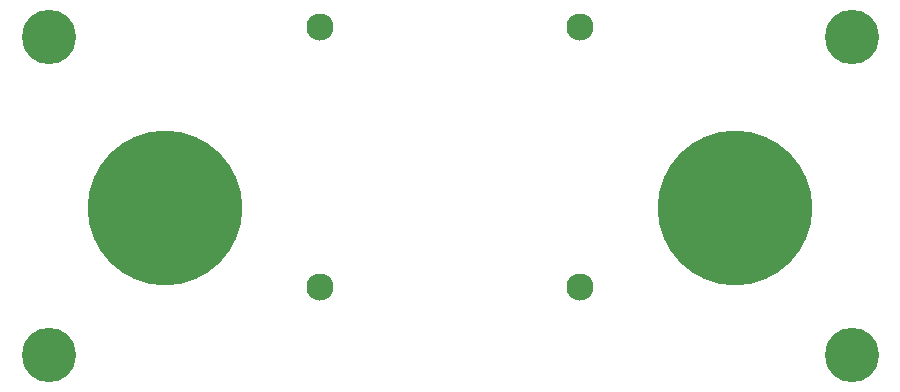
<source format=gts>
G04 DipTrace 4.3.0.4*
G04 GPSDO front v1.01.GTS*
%MOIN*%
G04 #@! TF.FileFunction,Soldermask,Top*
G04 #@! TF.Part,Single*
%ADD20C,0.090551*%
%ADD23C,0.515748*%
%ADD25C,0.181102*%
%FSLAX26Y26*%
G04*
G70*
G90*
G75*
G01*
G04 TopMask*
%LPD*%
D25*
X3228661Y1614488D3*
X551496D3*
Y551496D3*
X3228661D3*
D23*
X940079Y1043622D3*
X2840079D3*
D20*
X2323150Y1645984D3*
X1457008D3*
Y779843D3*
X2323150D3*
M02*

</source>
